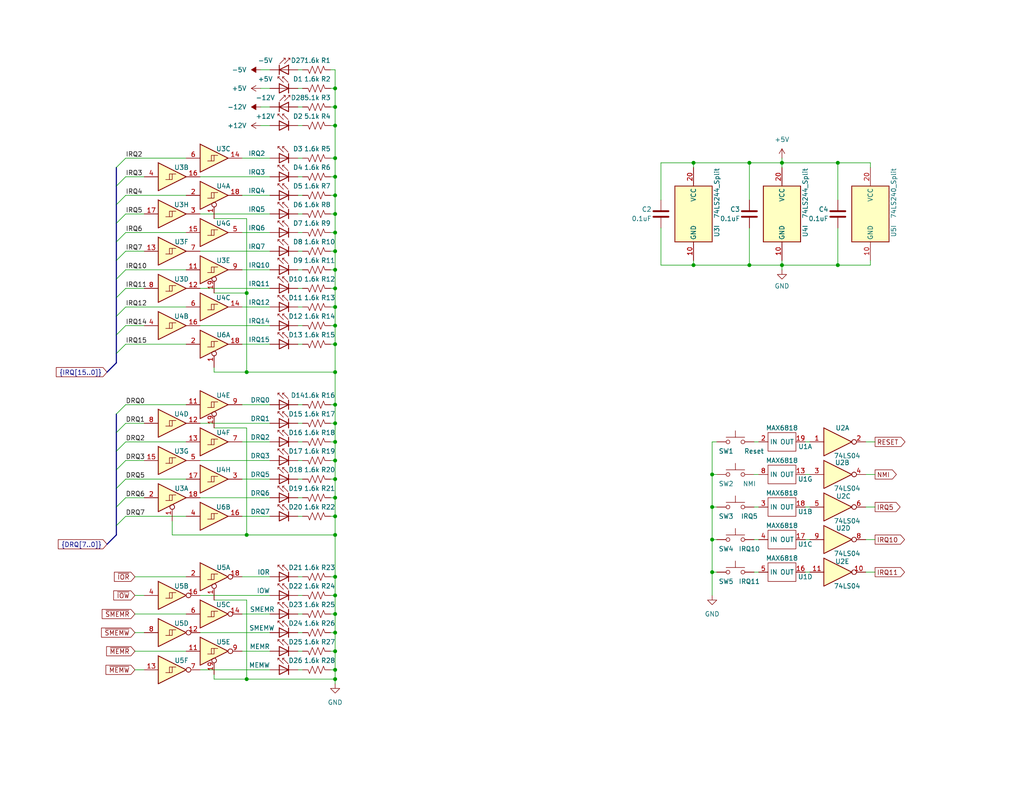
<source format=kicad_sch>
(kicad_sch (version 20211123) (generator eeschema)
  (paper "USLetter")
  (title_block (title "UI") (date "2022-04-17") (rev "001"))
  (junction (at 91.44 78.74))
  (junction (at 91.44 110.49))
  (junction (at 91.44 83.82))
  (junction (at 91.44 48.26))
  (junction (at 91.44 34.29))
  (junction (at 91.44 93.98))
  (junction (at 91.44 24.13))
  (junction (at 91.44 130.81))
  (junction (at 91.44 88.9))
  (junction (at 91.44 135.89))
  (junction (at 91.44 63.5))
  (junction (at 91.44 185.42))
  (junction (at 91.44 157.48))
  (junction (at 194.31 138.43))
  (junction (at 91.44 53.34))
  (junction (at 91.44 177.8))
  (junction (at 91.44 115.57))
  (junction (at 213.36 72.39))
  (junction (at 91.44 140.97))
  (junction (at 189.23 44.45))
  (junction (at 67.31 146.05))
  (junction (at 228.6 44.45))
  (junction (at 91.44 29.21))
  (junction (at 228.6 72.39))
  (junction (at 204.47 72.39))
  (junction (at 189.23 72.39))
  (junction (at 91.44 120.65))
  (junction (at 213.36 44.45))
  (junction (at 194.31 147.32))
  (junction (at 91.44 73.66))
  (junction (at 194.31 156.21))
  (junction (at 91.44 146.05))
  (junction (at 67.31 101.6))
  (junction (at 91.44 172.72))
  (junction (at 91.44 162.56))
  (junction (at 194.31 129.54))
  (junction (at 91.44 182.88))
  (junction (at 67.31 185.42))
  (junction (at 91.44 58.42))
  (junction (at 67.31 80.01))
  (junction (at 204.47 44.45))
  (junction (at 91.44 101.6))
  (junction (at 91.44 43.18))
  (junction (at 91.44 167.64))
  (junction (at 91.44 125.73))
  (junction (at 91.44 68.58))
  (bus_entry (at 31.75 118.11) (size 2.54 -2.54))
  (bus_entry (at 31.75 86.36) (size 2.54 -2.54))
  (bus_entry (at 31.75 60.96) (size 2.54 -2.54))
  (bus_entry (at 31.75 66.04) (size 2.54 -2.54))
  (bus_entry (at 31.75 50.8) (size 2.54 -2.54))
  (bus_entry (at 31.75 45.72) (size 2.54 -2.54))
  (bus_entry (at 31.75 128.27) (size 2.54 -2.54))
  (bus_entry (at 31.75 123.19) (size 2.54 -2.54))
  (bus_entry (at 31.75 133.35) (size 2.54 -2.54))
  (bus_entry (at 31.75 91.44) (size 2.54 -2.54))
  (bus_entry (at 31.75 96.52) (size 2.54 -2.54))
  (bus_entry (at 31.75 71.12) (size 2.54 -2.54))
  (bus_entry (at 31.75 55.88) (size 2.54 -2.54))
  (bus_entry (at 31.75 143.51) (size 2.54 -2.54))
  (bus_entry (at 31.75 76.2) (size 2.54 -2.54))
  (bus_entry (at 31.75 113.03) (size 2.54 -2.54))
  (bus_entry (at 31.75 138.43) (size 2.54 -2.54))
  (bus_entry (at 31.75 81.28) (size 2.54 -2.54))
  (wire (pts (xy 36.83 157.48) (xy 50.8 157.48)))
  (wire (pts (xy 90.17 63.5) (xy 91.44 63.5)))
  (wire (pts (xy 81.28 34.29) (xy 82.55 34.29)))
  (wire (pts (xy 66.04 130.81) (xy 73.66 130.81)))
  (wire (pts (xy 213.36 45.72) (xy 213.36 44.45)))
  (wire (pts (xy 91.44 93.98) (xy 91.44 101.6)))
  (wire (pts (xy 91.44 185.42) (xy 91.44 186.69)))
  (bus (pts (xy 31.75 96.52) (xy 31.75 99.06)))
  (wire (pts (xy 54.61 182.88) (xy 73.66 182.88)))
  (wire (pts (xy 34.29 93.98) (xy 50.8 93.98)))
  (wire (pts (xy 82.55 172.72) (xy 81.28 172.72)))
  (wire (pts (xy 73.66 63.5) (xy 66.04 63.5)))
  (wire (pts (xy 90.17 172.72) (xy 91.44 172.72)))
  (wire (pts (xy 39.37 172.72) (xy 36.83 172.72)))
  (bus (pts (xy 31.75 66.04) (xy 31.75 71.12)))
  (wire (pts (xy 66.04 110.49) (xy 73.66 110.49)))
  (wire (pts (xy 90.17 167.64) (xy 91.44 167.64)))
  (wire (pts (xy 213.36 44.45) (xy 228.6 44.45)))
  (bus (pts (xy 31.75 86.36) (xy 31.75 91.44)))
  (wire (pts (xy 189.23 72.39) (xy 180.34 72.39)))
  (wire (pts (xy 219.71 129.54) (xy 220.98 129.54)))
  (wire (pts (xy 219.71 156.21) (xy 220.98 156.21)))
  (wire (pts (xy 58.42 101.6) (xy 67.31 101.6)))
  (wire (pts (xy 81.28 24.13) (xy 82.55 24.13)))
  (wire (pts (xy 205.74 138.43) (xy 207.01 138.43)))
  (wire (pts (xy 34.29 68.58) (xy 39.37 68.58)))
  (wire (pts (xy 91.44 182.88) (xy 91.44 185.42)))
  (wire (pts (xy 180.34 44.45) (xy 180.34 54.61)))
  (bus (pts (xy 31.75 113.03) (xy 31.75 118.11)))
  (wire (pts (xy 228.6 62.23) (xy 228.6 72.39)))
  (wire (pts (xy 73.66 43.18) (xy 66.04 43.18)))
  (wire (pts (xy 204.47 62.23) (xy 204.47 72.39)))
  (wire (pts (xy 67.31 101.6) (xy 91.44 101.6)))
  (wire (pts (xy 58.42 184.15) (xy 58.42 185.42)))
  (wire (pts (xy 90.17 43.18) (xy 91.44 43.18)))
  (wire (pts (xy 237.49 45.72) (xy 237.49 44.45)))
  (wire (pts (xy 205.74 147.32) (xy 207.01 147.32)))
  (wire (pts (xy 34.29 78.74) (xy 39.37 78.74)))
  (wire (pts (xy 71.12 34.29) (xy 73.66 34.29)))
  (wire (pts (xy 213.36 73.66) (xy 213.36 72.39)))
  (bus (pts (xy 31.75 71.12) (xy 31.75 76.2)))
  (wire (pts (xy 81.28 167.64) (xy 82.55 167.64)))
  (wire (pts (xy 189.23 45.72) (xy 189.23 44.45)))
  (wire (pts (xy 34.29 83.82) (xy 50.8 83.82)))
  (wire (pts (xy 91.44 53.34) (xy 91.44 58.42)))
  (wire (pts (xy 73.66 120.65) (xy 66.04 120.65)))
  (wire (pts (xy 81.28 130.81) (xy 82.55 130.81)))
  (wire (pts (xy 213.36 72.39) (xy 204.47 72.39)))
  (wire (pts (xy 90.17 78.74) (xy 91.44 78.74)))
  (wire (pts (xy 81.28 19.05) (xy 82.55 19.05)))
  (wire (pts (xy 90.17 68.58) (xy 91.44 68.58)))
  (wire (pts (xy 34.29 58.42) (xy 39.37 58.42)))
  (wire (pts (xy 90.17 53.34) (xy 91.44 53.34)))
  (wire (pts (xy 81.28 110.49) (xy 82.55 110.49)))
  (wire (pts (xy 189.23 44.45) (xy 180.34 44.45)))
  (wire (pts (xy 236.22 147.32) (xy 238.76 147.32)))
  (wire (pts (xy 204.47 72.39) (xy 189.23 72.39)))
  (wire (pts (xy 82.55 115.57) (xy 81.28 115.57)))
  (wire (pts (xy 91.44 110.49) (xy 91.44 115.57)))
  (wire (pts (xy 73.66 19.05) (xy 71.12 19.05)))
  (wire (pts (xy 73.66 48.26) (xy 54.61 48.26)))
  (bus (pts (xy 31.75 76.2) (xy 31.75 81.28)))
  (wire (pts (xy 73.66 177.8) (xy 66.04 177.8)))
  (wire (pts (xy 82.55 63.5) (xy 81.28 63.5)))
  (wire (pts (xy 236.22 120.65) (xy 238.76 120.65)))
  (wire (pts (xy 81.28 120.65) (xy 82.55 120.65)))
  (wire (pts (xy 81.28 177.8) (xy 82.55 177.8)))
  (wire (pts (xy 90.17 83.82) (xy 91.44 83.82)))
  (wire (pts (xy 66.04 140.97) (xy 73.66 140.97)))
  (wire (pts (xy 91.44 68.58) (xy 91.44 73.66)))
  (wire (pts (xy 91.44 83.82) (xy 91.44 88.9)))
  (wire (pts (xy 189.23 44.45) (xy 204.47 44.45)))
  (wire (pts (xy 90.17 120.65) (xy 91.44 120.65)))
  (wire (pts (xy 204.47 44.45) (xy 204.47 54.61)))
  (wire (pts (xy 213.36 72.39) (xy 228.6 72.39)))
  (wire (pts (xy 90.17 135.89) (xy 91.44 135.89)))
  (wire (pts (xy 91.44 63.5) (xy 91.44 68.58)))
  (bus (pts (xy 31.75 81.28) (xy 31.75 86.36)))
  (wire (pts (xy 67.31 163.83) (xy 67.31 185.42)))
  (wire (pts (xy 34.29 88.9) (xy 39.37 88.9)))
  (wire (pts (xy 180.34 62.23) (xy 180.34 72.39)))
  (wire (pts (xy 81.28 157.48) (xy 82.55 157.48)))
  (wire (pts (xy 82.55 125.73) (xy 81.28 125.73)))
  (wire (pts (xy 91.44 43.18) (xy 91.44 34.29)))
  (wire (pts (xy 34.29 125.73) (xy 39.37 125.73)))
  (wire (pts (xy 219.71 138.43) (xy 220.98 138.43)))
  (wire (pts (xy 194.31 147.32) (xy 194.31 156.21)))
  (wire (pts (xy 58.42 185.42) (xy 67.31 185.42)))
  (wire (pts (xy 90.17 162.56) (xy 91.44 162.56)))
  (wire (pts (xy 228.6 44.45) (xy 228.6 54.61)))
  (wire (pts (xy 73.66 29.21) (xy 71.12 29.21)))
  (wire (pts (xy 90.17 130.81) (xy 91.44 130.81)))
  (wire (pts (xy 82.55 43.18) (xy 81.28 43.18)))
  (wire (pts (xy 34.29 63.5) (xy 50.8 63.5)))
  (wire (pts (xy 90.17 58.42) (xy 91.44 58.42)))
  (wire (pts (xy 73.66 73.66) (xy 66.04 73.66)))
  (wire (pts (xy 67.31 185.42) (xy 91.44 185.42)))
  (wire (pts (xy 54.61 162.56) (xy 73.66 162.56)))
  (wire (pts (xy 219.71 147.32) (xy 220.98 147.32)))
  (wire (pts (xy 90.17 140.97) (xy 91.44 140.97)))
  (wire (pts (xy 81.28 58.42) (xy 82.55 58.42)))
  (wire (pts (xy 34.29 115.57) (xy 39.37 115.57)))
  (wire (pts (xy 73.66 68.58) (xy 54.61 68.58)))
  (wire (pts (xy 238.76 138.43) (xy 236.22 138.43)))
  (wire (pts (xy 90.17 73.66) (xy 91.44 73.66)))
  (wire (pts (xy 34.29 110.49) (xy 50.8 110.49)))
  (wire (pts (xy 194.31 156.21) (xy 195.58 156.21)))
  (wire (pts (xy 81.28 88.9) (xy 82.55 88.9)))
  (wire (pts (xy 91.44 125.73) (xy 91.44 130.81)))
  (wire (pts (xy 195.58 120.65) (xy 194.31 120.65)))
  (wire (pts (xy 81.28 78.74) (xy 82.55 78.74)))
  (wire (pts (xy 73.66 24.13) (xy 71.12 24.13)))
  (bus (pts (xy 31.75 138.43) (xy 31.75 143.51)))
  (wire (pts (xy 34.29 140.97) (xy 50.8 140.97)))
  (wire (pts (xy 90.17 19.05) (xy 91.44 19.05)))
  (wire (pts (xy 90.17 110.49) (xy 91.44 110.49)))
  (wire (pts (xy 236.22 156.21) (xy 238.76 156.21)))
  (wire (pts (xy 73.66 115.57) (xy 54.61 115.57)))
  (wire (pts (xy 66.04 93.98) (xy 73.66 93.98)))
  (wire (pts (xy 36.83 167.64) (xy 50.8 167.64)))
  (wire (pts (xy 91.44 48.26) (xy 91.44 53.34)))
  (bus (pts (xy 31.75 45.72) (xy 31.75 50.8)))
  (wire (pts (xy 90.17 182.88) (xy 91.44 182.88)))
  (wire (pts (xy 82.55 53.34) (xy 81.28 53.34)))
  (wire (pts (xy 66.04 83.82) (xy 73.66 83.82)))
  (wire (pts (xy 34.29 73.66) (xy 50.8 73.66)))
  (wire (pts (xy 237.49 71.12) (xy 237.49 72.39)))
  (wire (pts (xy 82.55 29.21) (xy 81.28 29.21)))
  (wire (pts (xy 82.55 135.89) (xy 81.28 135.89)))
  (wire (pts (xy 81.28 48.26) (xy 82.55 48.26)))
  (wire (pts (xy 58.42 116.84) (xy 67.31 116.84)))
  (wire (pts (xy 194.31 138.43) (xy 194.31 147.32)))
  (wire (pts (xy 90.17 34.29) (xy 91.44 34.29)))
  (wire (pts (xy 90.17 93.98) (xy 91.44 93.98)))
  (wire (pts (xy 67.31 116.84) (xy 67.31 146.05)))
  (wire (pts (xy 90.17 115.57) (xy 91.44 115.57)))
  (wire (pts (xy 189.23 71.12) (xy 189.23 72.39)))
  (wire (pts (xy 91.44 120.65) (xy 91.44 125.73)))
  (wire (pts (xy 54.61 172.72) (xy 73.66 172.72)))
  (wire (pts (xy 73.66 53.34) (xy 66.04 53.34)))
  (wire (pts (xy 34.29 48.26) (xy 39.37 48.26)))
  (wire (pts (xy 91.44 135.89) (xy 91.44 140.97)))
  (wire (pts (xy 91.44 157.48) (xy 91.44 162.56)))
  (wire (pts (xy 91.44 73.66) (xy 91.44 78.74)))
  (wire (pts (xy 90.17 88.9) (xy 91.44 88.9)))
  (wire (pts (xy 91.44 29.21) (xy 91.44 34.29)))
  (wire (pts (xy 81.28 140.97) (xy 82.55 140.97)))
  (wire (pts (xy 67.31 59.69) (xy 67.31 80.01)))
  (wire (pts (xy 67.31 146.05) (xy 91.44 146.05)))
  (wire (pts (xy 90.17 29.21) (xy 91.44 29.21)))
  (bus (pts (xy 31.75 91.44) (xy 31.75 96.52)))
  (wire (pts (xy 90.17 24.13) (xy 91.44 24.13)))
  (wire (pts (xy 219.71 120.65) (xy 220.98 120.65)))
  (wire (pts (xy 34.29 130.81) (xy 50.8 130.81)))
  (bus (pts (xy 31.75 128.27) (xy 31.75 133.35)))
  (wire (pts (xy 82.55 162.56) (xy 81.28 162.56)))
  (bus (pts (xy 31.75 133.35) (xy 31.75 138.43)))
  (wire (pts (xy 91.44 162.56) (xy 91.44 167.64)))
  (wire (pts (xy 91.44 167.64) (xy 91.44 172.72)))
  (wire (pts (xy 213.36 44.45) (xy 204.47 44.45)))
  (wire (pts (xy 91.44 24.13) (xy 91.44 29.21)))
  (wire (pts (xy 58.42 59.69) (xy 67.31 59.69)))
  (bus (pts (xy 29.21 101.6) (xy 31.75 99.06)))
  (wire (pts (xy 194.31 120.65) (xy 194.31 129.54)))
  (wire (pts (xy 91.44 115.57) (xy 91.44 120.65)))
  (bus (pts (xy 31.75 55.88) (xy 31.75 60.96)))
  (wire (pts (xy 34.29 53.34) (xy 50.8 53.34)))
  (wire (pts (xy 34.29 135.89) (xy 39.37 135.89)))
  (wire (pts (xy 46.99 146.05) (xy 67.31 146.05)))
  (wire (pts (xy 81.28 68.58) (xy 82.55 68.58)))
  (wire (pts (xy 91.44 101.6) (xy 91.44 110.49)))
  (wire (pts (xy 213.36 44.45) (xy 213.36 43.18)))
  (wire (pts (xy 54.61 125.73) (xy 73.66 125.73)))
  (wire (pts (xy 205.74 129.54) (xy 207.01 129.54)))
  (wire (pts (xy 82.55 93.98) (xy 81.28 93.98)))
  (wire (pts (xy 82.55 83.82) (xy 81.28 83.82)))
  (bus (pts (xy 31.75 50.8) (xy 31.75 55.88)))
  (bus (pts (xy 31.75 143.51) (xy 31.75 146.05)))
  (wire (pts (xy 91.44 140.97) (xy 91.44 146.05)))
  (wire (pts (xy 39.37 162.56) (xy 36.83 162.56)))
  (wire (pts (xy 73.66 88.9) (xy 54.61 88.9)))
  (wire (pts (xy 36.83 177.8) (xy 50.8 177.8)))
  (wire (pts (xy 91.44 58.42) (xy 91.44 63.5)))
  (wire (pts (xy 34.29 43.18) (xy 50.8 43.18)))
  (wire (pts (xy 90.17 48.26) (xy 91.44 48.26)))
  (bus (pts (xy 31.75 118.11) (xy 31.75 123.19)))
  (wire (pts (xy 58.42 100.33) (xy 58.42 101.6)))
  (wire (pts (xy 91.44 19.05) (xy 91.44 24.13)))
  (wire (pts (xy 90.17 177.8) (xy 91.44 177.8)))
  (wire (pts (xy 73.66 78.74) (xy 54.61 78.74)))
  (wire (pts (xy 194.31 138.43) (xy 195.58 138.43)))
  (wire (pts (xy 91.44 177.8) (xy 91.44 182.88)))
  (wire (pts (xy 91.44 172.72) (xy 91.44 177.8)))
  (wire (pts (xy 194.31 129.54) (xy 194.31 138.43)))
  (wire (pts (xy 213.36 71.12) (xy 213.36 72.39)))
  (wire (pts (xy 205.74 120.65) (xy 207.01 120.65)))
  (wire (pts (xy 91.44 146.05) (xy 91.44 157.48)))
  (wire (pts (xy 90.17 157.48) (xy 91.44 157.48)))
  (wire (pts (xy 91.44 130.81) (xy 91.44 135.89)))
  (wire (pts (xy 237.49 44.45) (xy 228.6 44.45)))
  (wire (pts (xy 91.44 43.18) (xy 91.44 48.26)))
  (wire (pts (xy 73.66 157.48) (xy 66.04 157.48)))
  (wire (pts (xy 67.31 80.01) (xy 67.31 101.6)))
  (wire (pts (xy 205.74 156.21) (xy 207.01 156.21)))
  (bus (pts (xy 31.75 123.19) (xy 31.75 128.27)))
  (wire (pts (xy 237.49 72.39) (xy 228.6 72.39)))
  (wire (pts (xy 91.44 78.74) (xy 91.44 83.82)))
  (wire (pts (xy 66.04 167.64) (xy 73.66 167.64)))
  (wire (pts (xy 238.76 129.54) (xy 236.22 129.54)))
  (wire (pts (xy 82.55 182.88) (xy 81.28 182.88)))
  (wire (pts (xy 58.42 80.01) (xy 67.31 80.01)))
  (bus (pts (xy 31.75 60.96) (xy 31.75 66.04)))
  (wire (pts (xy 73.66 58.42) (xy 54.61 58.42)))
  (wire (pts (xy 90.17 125.73) (xy 91.44 125.73)))
  (wire (pts (xy 58.42 163.83) (xy 67.31 163.83)))
  (wire (pts (xy 195.58 129.54) (xy 194.31 129.54)))
  (wire (pts (xy 91.44 88.9) (xy 91.44 93.98)))
  (wire (pts (xy 82.55 73.66) (xy 81.28 73.66)))
  (wire (pts (xy 73.66 135.89) (xy 54.61 135.89)))
  (bus (pts (xy 29.21 148.59) (xy 31.75 146.05)))
  (wire (pts (xy 39.37 182.88) (xy 36.83 182.88)))
  (wire (pts (xy 34.29 120.65) (xy 50.8 120.65)))
  (wire (pts (xy 194.31 147.32) (xy 195.58 147.32)))
  (wire (pts (xy 46.99 142.24) (xy 46.99 146.05)))
  (wire (pts (xy 194.31 156.21) (xy 194.31 162.56)))
  (label "DRQ3" (at 34.29 125.73 0))
  (label "IRQ2" (at 34.29 43.18 0))
  (label "IRQ6" (at 34.29 63.5 0))
  (label "DRQ7" (at 34.29 140.97 0))
  (label "DRQ5" (at 34.29 130.81 0))
  (label "DRQ0" (at 34.29 110.49 0))
  (label "IRQ15" (at 34.29 93.98 0))
  (label "IRQ10" (at 34.29 73.66 0))
  (label "IRQ12" (at 34.29 83.82 0))
  (label "IRQ4" (at 34.29 53.34 0))
  (label "IRQ5" (at 34.29 58.42 0))
  (label "IRQ14" (at 34.29 88.9 0))
  (label "DRQ1" (at 34.29 115.57 0))
  (label "IRQ7" (at 34.29 68.58 0))
  (label "IRQ11" (at 34.29 78.74 0))
  (label "DRQ2" (at 34.29 120.65 0))
  (label "DRQ6" (at 34.29 135.89 0))
  (label "IRQ3" (at 34.29 48.26 0))
  (global_label "IRQ10" (shape output) (at 238.76 147.32 0) (property "Intersheet References" "${INTERSHEET_REFS}" (at 246.7974 147.2406 0) (effects (justify left))))
  (global_label "~{MEMR}" (shape input) (at 36.83 177.8 180) (property "Intersheet References" "${INTERSHEET_REFS}" (at 29.095 177.7206 0) (effects (justify right))))
  (global_label "~{MEMW}" (shape input) (at 36.83 182.88 180) (property "Intersheet References" "${INTERSHEET_REFS}" (at 28.9136 182.8006 0) (effects (justify right))))
  (global_label "~{IOR}" (shape input) (at 36.83 157.48 180) (property "Intersheet References" "${INTERSHEET_REFS}" (at 31.2117 157.4006 0) (effects (justify right))))
  (global_label "IRQ11" (shape output) (at 238.76 156.21 0) (property "Intersheet References" "${INTERSHEET_REFS}" (at 246.7974 156.1306 0) (effects (justify left))))
  (global_label "~{SMEMR}" (shape input) (at 36.83 167.64 180) (property "Intersheet References" "${INTERSHEET_REFS}" (at 27.8855 167.5606 0) (effects (justify right))))
  (global_label "~{SMEMW}" (shape input) (at 36.83 172.72 180) (property "Intersheet References" "${INTERSHEET_REFS}" (at 27.704 172.6406 0) (effects (justify right))))
  (global_label "{DRQ[7..0]}" (shape input) (at 29.21 148.59 180) (property "Intersheet References" "${INTERSHEET_REFS}" (at 15.9112 148.5106 0) (effects (justify right))))
  (global_label "{IRQ[15..0]}" (shape input) (at 29.21 101.6 180) (property "Intersheet References" "${INTERSHEET_REFS}" (at 15.3669 101.5206 0) (effects (justify right))))
  (global_label "RESET" (shape output) (at 238.76 120.65 0) (property "Intersheet References" "${INTERSHEET_REFS}" (at 246.9183 120.5706 0) (effects (justify left))))
  (global_label "NMI" (shape output) (at 238.76 129.54 0) (property "Intersheet References" "${INTERSHEET_REFS}" (at 244.5598 129.4606 0) (effects (justify left))))
  (global_label "~{IOW}" (shape input) (at 36.83 162.56 180) (property "Intersheet References" "${INTERSHEET_REFS}" (at 31.0302 162.4806 0) (effects (justify right))))
  (global_label "IRQ5" (shape output) (at 238.76 138.43 0) (property "Intersheet References" "${INTERSHEET_REFS}" (at 245.5879 138.3506 0) (effects (justify left))))
  (symbol (lib_id "Device:R_US") (at 86.36 53.34 270) (mirror x) (unit 1)
    (property "Reference" "R7" (at 88.9 50.8 90))
    (property "Value" "1.6k" (at 85.09 50.8 90))
    (property "Footprint" "Resistor_SMD:R_0603_1608Metric" (effects hide))
  )
  (symbol (lib_id "Device:R_US") (at 86.36 177.8 270) (mirror x) (unit 1)
    (property "Reference" "R27" (at 89.535 175.26 90))
    (property "Value" "1.6k" (at 85.09 175.26 90))
    (property "Footprint" "Resistor_SMD:R_0603_1608Metric" (effects hide))
  )
  (symbol (lib_id "ISADemoCard:MAX6818") (at 213.36 147.32 0) (unit 3)
    (property "Reference" "U1" (at 219.71 148.59 0))
    (property "Value" "MAX6818" (at 213.36 143.51 0))
    (property "Footprint" "Package_SO:SSOP-20_5.3x7.2mm_P0.65mm" (effects hide))
  )
  (symbol (lib_id "Device:R_US") (at 86.36 73.66 270) (mirror x) (unit 1)
    (property "Reference" "R11" (at 89.535 71.12 90))
    (property "Value" "1.6k" (at 85.09 71.12 90))
    (property "Footprint" "Resistor_SMD:R_0603_1608Metric" (effects hide))
  )
  (symbol (lib_id "Switch:SW_Push") (at 200.66 129.54 0) (unit 1)
    (property "Reference" "SW2" (at 198.12 132.08 0))
    (property "Value" "NMI" (at 204.47 132.08 0))
    (property "Footprint" "Button_Switch_THT:SW_PUSH_6mm" (effects hide))
  )
  (symbol (lib_id "ISADemoCard:MAX6818") (at 213.36 156.21 0) (unit 4)
    (property "Reference" "U1" (at 219.71 157.48 0))
    (property "Value" "MAX6818" (at 213.36 152.4 0))
    (property "Footprint" "Package_SO:SSOP-20_5.3x7.2mm_P0.65mm" (effects hide))
  )
  (symbol (lib_id "LED:IR204A") (at 76.2 125.73 0) (mirror y) (unit 1)
    (property "Reference" "D17" (at 80.645 123.19 0))
    (property "Value" "DRQ3" (at 73.66 124.46 0) (effects (justify left)))
    (property "Footprint" "LED_THT:LED_D3.0mm" (effects hide))
    (property "Datasheet" "http://www.everlight.com/file/ProductFile/IR204-A.pdf" (effects hide))
  )
  (symbol (lib_id "74xx:74LS244_Split") (at 58.42 53.34 0) (unit 1)
    (property "Reference" "U4" (at 60.96 50.8 0))
    (property "Value" "74LS244_Split" (effects hide))
    (property "Footprint" "Package_SO:SOIC-20W_7.5x12.8mm_P1.27mm" (effects hide))
    (property "Datasheet" "http://www.ti.com/lit/ds/symlink/sn74ls241.pdf" (effects hide))
  )
  (symbol (lib_id "Device:R_US") (at 86.36 93.98 270) (mirror x) (unit 1)
    (property "Reference" "R15" (at 89.535 91.44 90))
    (property "Value" "1.6k" (at 85.09 91.44 90))
    (property "Footprint" "Resistor_SMD:R_0603_1608Metric" (effects hide))
  )
  (symbol (lib_id "Device:R_US") (at 86.36 135.89 270) (mirror x) (unit 1)
    (property "Reference" "R21" (at 89.535 133.35 90))
    (property "Value" "1.6k" (at 85.09 133.35 90))
    (property "Footprint" "Resistor_SMD:R_0603_1608Metric" (effects hide))
  )
  (symbol (lib_id "74xx:74LS244_Split") (at 58.42 140.97 0) (unit 2)
    (property "Reference" "U6" (at 60.96 138.43 0))
    (property "Value" "74LS244_Split" (effects hide))
    (property "Footprint" "Package_SO:SOIC-20W_7.5x12.8mm_P1.27mm" (effects hide))
    (property "Datasheet" "http://www.ti.com/lit/ds/symlink/sn74ls241.pdf" (effects hide))
  )
  (symbol (lib_id "74xx:74LS244_Split") (at 58.42 93.98 0) (unit 1)
    (property "Reference" "U6" (at 60.96 91.44 0))
    (property "Value" "74LS244_Split" (effects hide))
    (property "Footprint" "Package_SO:SOIC-20W_7.5x12.8mm_P1.27mm" (effects hide))
    (property "Datasheet" "http://www.ti.com/lit/ds/symlink/sn74ls241.pdf" (effects hide))
  )
  (symbol (lib_id "power:+5V") (at 213.36 43.18 0) (unit 1)
    (property "Reference" "#PWR016" (effects hide))
    (property "Value" "+5V" (at 213.36 38.1 0))
  )
  (symbol (lib_id "74xx:74LS244_Split") (at 58.42 43.18 0) (unit 3)
    (property "Reference" "U3" (at 60.96 40.64 0))
    (property "Value" "74LS244_Split" (effects hide))
    (property "Footprint" "Package_SO:SOIC-20W_7.5x12.8mm_P1.27mm" (effects hide))
    (property "Datasheet" "http://www.ti.com/lit/ds/symlink/sn74ls241.pdf" (effects hide))
  )
  (symbol (lib_id "ISADemoCard:MAX6818") (at 213.36 129.54 0) (unit 7)
    (property "Reference" "U1" (at 219.71 130.81 0))
    (property "Value" "MAX6818" (at 213.36 125.73 0))
    (property "Footprint" "Package_SO:SSOP-20_5.3x7.2mm_P0.65mm" (effects hide))
  )
  (symbol (lib_id "Device:C") (at 180.34 58.42 0) (unit 1)
    (property "Reference" "C2" (at 177.8 57.15 0) (effects (justify right)))
    (property "Value" "0.1uF" (at 177.8 59.69 0) (effects (justify right)))
    (property "Footprint" "Capacitor_SMD:C_0603_1608Metric" (effects hide))
  )
  (symbol (lib_id "74xx:74LS04") (at 228.6 138.43 0) (unit 3)
    (property "Reference" "U2" (at 230.1479 135.4971 0))
    (property "Value" "74LS04" (at 231.14 142.24 0))
    (property "Footprint" "Package_SO:SOIC-14_3.9x8.7mm_P1.27mm" (effects hide))
    (property "Datasheet" "http://www.ti.com/lit/gpn/sn74LS04" (effects hide))
  )
  (symbol (lib_id "LED:IR204A") (at 76.2 115.57 0) (mirror y) (unit 1)
    (property "Reference" "D15" (at 80.645 113.03 0))
    (property "Value" "DRQ1" (at 73.66 114.3 0) (effects (justify left)))
    (property "Footprint" "LED_THT:LED_D3.0mm" (effects hide))
    (property "Datasheet" "http://www.everlight.com/file/ProductFile/IR204-A.pdf" (effects hide))
  )
  (symbol (lib_id "74xx:74LS240_Split") (at 237.49 58.42 0) (unit 9)
    (property "Reference" "U5" (at 243.84 64.77 90) (effects (justify left)))
    (property "Value" "74LS240_Split" (at 243.84 59.6899 90) (effects (justify left)))
    (property "Footprint" "Package_SO:SOIC-20W_7.5x12.8mm_P1.27mm" (effects hide))
    (property "Datasheet" "http://www.ti.com/lit/ds/symlink/sn74ls240.pdf" (effects hide))
  )
  (symbol (lib_id "74xx:74LS04") (at 228.6 120.65 0) (unit 1)
    (property "Reference" "U2" (at 229.87 116.84 0))
    (property "Value" "74LS04" (at 231.14 124.46 0))
    (property "Footprint" "Package_SO:SOIC-14_3.9x8.7mm_P1.27mm" (effects hide))
    (property "Datasheet" "http://www.ti.com/lit/gpn/sn74LS04" (effects hide))
  )
  (symbol (lib_id "LED:IR204A") (at 76.2 182.88 0) (mirror y) (unit 1)
    (property "Reference" "D26" (at 80.645 180.34 0))
    (property "Value" "MEMW" (at 73.66 181.61 0) (effects (justify left)))
    (property "Footprint" "LED_THT:LED_D3.0mm" (effects hide))
    (property "Datasheet" "http://www.everlight.com/file/ProductFile/IR204-A.pdf" (effects hide))
  )
  (symbol (lib_id "Device:R_US") (at 86.36 34.29 270) (mirror x) (unit 1)
    (property "Reference" "R4" (at 88.9 31.75 90))
    (property "Value" "5.1k" (at 85.09 31.75 90))
    (property "Footprint" "Resistor_SMD:R_0603_1608Metric" (effects hide))
  )
  (symbol (lib_id "74xx:74LS04") (at 228.6 156.21 0) (unit 5)
    (property "Reference" "U2" (at 229.8236 153.2853 0))
    (property "Value" "74LS04" (at 231.14 160.02 0))
    (property "Footprint" "Package_SO:SOIC-14_3.9x8.7mm_P1.27mm" (effects hide))
    (property "Datasheet" "http://www.ti.com/lit/gpn/sn74LS04" (effects hide))
  )
  (symbol (lib_id "Device:R_US") (at 86.36 48.26 270) (mirror x) (unit 1)
    (property "Reference" "R6" (at 88.9 45.72 90))
    (property "Value" "1.6k" (at 85.09 45.72 90))
    (property "Footprint" "Resistor_SMD:R_0603_1608Metric" (effects hide))
  )
  (symbol (lib_id "LED:IR204A") (at 76.2 78.74 0) (mirror y) (unit 1)
    (property "Reference" "D10" (at 80.645 76.2 0))
    (property "Value" "IRQ11" (at 73.66 77.47 0) (effects (justify left)))
    (property "Footprint" "LED_THT:LED_D3.0mm" (effects hide))
    (property "Datasheet" "http://www.everlight.com/file/ProductFile/IR204-A.pdf" (effects hide))
  )
  (symbol (lib_id "LED:IR204A") (at 76.2 130.81 0) (mirror y) (unit 1)
    (property "Reference" "D18" (at 80.645 128.27 0))
    (property "Value" "DRQ5" (at 73.66 129.54 0) (effects (justify left)))
    (property "Footprint" "LED_THT:LED_D3.0mm" (effects hide))
    (property "Datasheet" "http://www.everlight.com/file/ProductFile/IR204-A.pdf" (effects hide))
  )
  (symbol (lib_id "74xx:74LS244_Split") (at 46.99 88.9 0) (unit 2)
    (property "Reference" "U4" (at 49.53 86.36 0))
    (property "Value" "74LS244_Split" (effects hide))
    (property "Footprint" "Package_SO:SOIC-20W_7.5x12.8mm_P1.27mm" (effects hide))
    (property "Datasheet" "http://www.ti.com/lit/ds/symlink/sn74ls241.pdf" (effects hide))
  )
  (symbol (lib_id "LED:IR204A") (at 76.2 63.5 0) (mirror y) (unit 1)
    (property "Reference" "D7" (at 81.28 60.96 0))
    (property "Value" "IRQ6" (at 72.39 62.23 0) (effects (justify left)))
    (property "Footprint" "LED_THT:LED_D3.0mm" (effects hide))
    (property "Datasheet" "http://www.everlight.com/file/ProductFile/IR204-A.pdf" (effects hide))
  )
  (symbol (lib_id "LED:IR204A") (at 76.2 24.13 0) (mirror y) (unit 1)
    (property "Reference" "D1" (at 81.28 21.59 0))
    (property "Value" "+5V" (at 72.39 21.59 0))
    (property "Footprint" "LED_THT:LED_D3.0mm" (effects hide))
    (property "Datasheet" "http://www.everlight.com/file/ProductFile/IR204-A.pdf" (effects hide))
  )
  (symbol (lib_id "74xx:74LS244_Split") (at 58.42 63.5 0) (unit 7)
    (property "Reference" "U4" (at 60.96 60.96 0))
    (property "Value" "74LS244_Split" (effects hide))
    (property "Footprint" "Package_SO:SOIC-20W_7.5x12.8mm_P1.27mm" (effects hide))
    (property "Datasheet" "http://www.ti.com/lit/ds/symlink/sn74ls241.pdf" (effects hide))
  )
  (symbol (lib_id "74xx:74LS240_Split") (at 58.42 167.64 0) (unit 3)
    (property "Reference" "U5" (at 60.96 165.1 0))
    (property "Value" "74LS240_Split" (effects hide))
    (property "Footprint" "Package_SO:SOIC-20W_7.5x12.8mm_P1.27mm" (effects hide))
    (property "Datasheet" "http://www.ti.com/lit/ds/symlink/sn74ls240.pdf" (effects hide))
  )
  (symbol (lib_id "74xx:74LS244_Split") (at 58.42 120.65 0) (unit 6)
    (property "Reference" "U4" (at 60.96 118.11 0))
    (property "Value" "74LS244_Split" (effects hide))
    (property "Footprint" "Package_SO:SOIC-20W_7.5x12.8mm_P1.27mm" (effects hide))
    (property "Datasheet" "http://www.ti.com/lit/ds/symlink/sn74ls241.pdf" (effects hide))
  )
  (symbol (lib_id "Switch:SW_Push") (at 200.66 156.21 0) (unit 1)
    (property "Reference" "SW5" (at 198.12 158.75 0))
    (property "Value" "IRQ11" (at 204.47 158.75 0))
    (property "Footprint" "Button_Switch_THT:SW_PUSH_6mm" (effects hide))
  )
  (symbol (lib_id "Device:R_US") (at 86.36 78.74 270) (mirror x) (unit 1)
    (property "Reference" "R12" (at 89.535 76.2 90))
    (property "Value" "1.6k" (at 85.09 76.2 90))
    (property "Footprint" "Resistor_SMD:R_0603_1608Metric" (effects hide))
  )
  (symbol (lib_id "LED:IR204A") (at 76.2 140.97 0) (mirror y) (unit 1)
    (property "Reference" "D20" (at 80.645 138.43 0))
    (property "Value" "DRQ7" (at 73.66 139.7 0) (effects (justify left)))
    (property "Footprint" "LED_THT:LED_D3.0mm" (effects hide))
    (property "Datasheet" "http://www.everlight.com/file/ProductFile/IR204-A.pdf" (effects hide))
  )
  (symbol (lib_id "Switch:SW_Push") (at 200.66 138.43 0) (unit 1)
    (property "Reference" "SW3" (at 198.12 140.97 0))
    (property "Value" "IRQ5" (at 204.47 140.97 0))
    (property "Footprint" "Button_Switch_THT:SW_PUSH_6mm" (effects hide))
  )
  (symbol (lib_id "ISADemoCard:MAX6818") (at 213.36 120.65 0) (unit 1)
    (property "Reference" "U1" (at 219.71 121.92 0))
    (property "Value" "MAX6818" (at 213.36 116.84 0))
    (property "Footprint" "Package_SO:SSOP-20_5.3x7.2mm_P0.65mm" (effects hide))
  )
  (symbol (lib_id "Device:R_US") (at 86.36 19.05 270) (mirror x) (unit 1)
    (property "Reference" "R1" (at 88.9 16.51 90))
    (property "Value" "1.6k" (at 85.09 16.51 90))
    (property "Footprint" "Resistor_SMD:R_0603_1608Metric" (effects hide))
  )
  (symbol (lib_id "74xx:74LS240_Split") (at 46.99 162.56 0) (unit 2)
    (property "Reference" "U5" (at 49.53 160.02 0))
    (property "Value" "74LS240_Split" (effects hide))
    (property "Footprint" "Package_SO:SOIC-20W_7.5x12.8mm_P1.27mm" (effects hide))
    (property "Datasheet" "http://www.ti.com/lit/ds/symlink/sn74ls240.pdf" (effects hide))
  )
  (symbol (lib_id "74xx:74LS244_Split") (at 189.23 58.42 0) (unit 9)
    (property "Reference" "U3" (at 195.58 64.77 90) (effects (justify left)))
    (property "Value" "74LS244_Split" (at 195.58 59.6899 90) (effects (justify left)))
    (property "Footprint" "Package_SO:SOIC-20W_7.5x12.8mm_P1.27mm" (effects hide))
    (property "Datasheet" "http://www.ti.com/lit/ds/symlink/sn74ls241.pdf" (effects hide))
  )
  (symbol (lib_id "LED:IR204A") (at 76.2 93.98 0) (mirror y) (unit 1)
    (property "Reference" "D13" (at 80.645 91.44 0))
    (property "Value" "IRQ15" (at 73.66 92.71 0) (effects (justify left)))
    (property "Footprint" "LED_THT:LED_D3.0mm" (effects hide))
    (property "Datasheet" "http://www.everlight.com/file/ProductFile/IR204-A.pdf" (effects hide))
  )
  (symbol (lib_id "74xx:74LS244_Split") (at 46.99 78.74 0) (unit 4)
    (property "Reference" "U3" (at 49.53 76.2 0))
    (property "Value" "74LS244_Split" (effects hide))
    (property "Footprint" "Package_SO:SOIC-20W_7.5x12.8mm_P1.27mm" (effects hide))
    (property "Datasheet" "http://www.ti.com/lit/ds/symlink/sn74ls241.pdf" (effects hide))
  )
  (symbol (lib_id "74xx:74LS244_Split") (at 46.99 68.58 0) (unit 6)
    (property "Reference" "U3" (at 49.53 66.04 0))
    (property "Value" "74LS244_Split" (effects hide))
    (property "Footprint" "Package_SO:SOIC-20W_7.5x12.8mm_P1.27mm" (effects hide))
    (property "Datasheet" "http://www.ti.com/lit/ds/symlink/sn74ls241.pdf" (effects hide))
  )
  (symbol (lib_id "Device:R_US") (at 86.36 24.13 270) (mirror x) (unit 1)
    (property "Reference" "R2" (at 88.9 21.59 90))
    (property "Value" "1.6k" (at 85.09 21.59 90))
    (property "Footprint" "Resistor_SMD:R_0603_1608Metric" (effects hide))
  )
  (symbol (lib_id "Device:R_US") (at 86.36 58.42 270) (mirror x) (unit 1)
    (property "Reference" "R8" (at 88.9 55.88 90))
    (property "Value" "1.6k" (at 85.09 55.88 90))
    (property "Footprint" "Resistor_SMD:R_0603_1608Metric" (effects hide))
  )
  (symbol (lib_id "74xx:74LS244_Split") (at 58.42 83.82 0) (unit 3)
    (property "Reference" "U4" (at 60.96 81.28 0))
    (property "Value" "74LS244_Split" (effects hide))
    (property "Footprint" "Package_SO:SOIC-20W_7.5x12.8mm_P1.27mm" (effects hide))
    (property "Datasheet" "http://www.ti.com/lit/ds/symlink/sn74ls241.pdf" (effects hide))
  )
  (symbol (lib_id "Device:R_US") (at 86.36 68.58 270) (mirror x) (unit 1)
    (property "Reference" "R10" (at 89.535 66.04 90))
    (property "Value" "1.6k" (at 85.09 66.04 90))
    (property "Footprint" "Resistor_SMD:R_0603_1608Metric" (effects hide))
  )
  (symbol (lib_id "power:GND") (at 213.36 73.66 0) (unit 1)
    (property "Reference" "#PWR017" (effects hide))
    (property "Value" "GND" (at 213.36 78.105 0))
  )
  (symbol (lib_id "LED:IR204A") (at 76.2 177.8 0) (mirror y) (unit 1)
    (property "Reference" "D25" (at 80.645 175.26 0))
    (property "Value" "MEMR" (at 73.66 176.53 0) (effects (justify left)))
    (property "Footprint" "LED_THT:LED_D3.0mm" (effects hide))
    (property "Datasheet" "http://www.everlight.com/file/ProductFile/IR204-A.pdf" (effects hide))
  )
  (symbol (lib_id "Device:R_US") (at 86.36 115.57 270) (mirror x) (unit 1)
    (property "Reference" "R17" (at 89.535 113.03 90))
    (property "Value" "1.6k" (at 85.09 113.03 90))
    (property "Footprint" "Resistor_SMD:R_0603_1608Metric" (effects hide))
  )
  (symbol (lib_id "LED:IR204A") (at 76.2 48.26 0) (mirror y) (unit 1)
    (property "Reference" "D4" (at 81.28 45.72 0))
    (property "Value" "IRQ3" (at 72.39 46.99 0) (effects (justify left)))
    (property "Footprint" "LED_THT:LED_D3.0mm" (effects hide))
    (property "Datasheet" "http://www.everlight.com/file/ProductFile/IR204-A.pdf" (effects hide))
  )
  (symbol (lib_id "Device:R_US") (at 86.36 157.48 270) (mirror x) (unit 1)
    (property "Reference" "R23" (at 89.535 154.94 90))
    (property "Value" "1.6k" (at 85.09 154.94 90))
    (property "Footprint" "Resistor_SMD:R_0603_1608Metric" (effects hide))
  )
  (symbol (lib_id "power:GND") (at 91.44 186.69 0) (unit 1)
    (property "Reference" "#PWR014" (effects hide))
    (property "Value" "GND" (at 91.44 191.77 0))
  )
  (symbol (lib_id "Device:R_US") (at 86.36 43.18 270) (mirror x) (unit 1)
    (property "Reference" "R5" (at 88.9 40.64 90))
    (property "Value" "1.6k" (at 85.09 40.64 90))
    (property "Footprint" "Resistor_SMD:R_0603_1608Metric" (effects hide))
  )
  (symbol (lib_id "LED:IR204A") (at 78.74 29.21 0) (unit 1)
    (property "Reference" "D28" (at 81.28 26.67 0))
    (property "Value" "-12V" (at 72.39 26.67 0))
    (property "Footprint" "LED_THT:LED_D3.0mm" (effects hide))
    (property "Datasheet" "http://www.everlight.com/file/ProductFile/IR204-A.pdf" (effects hide))
  )
  (symbol (lib_id "power:-5V") (at 71.12 19.05 90) (mirror x) (unit 1)
    (property "Reference" "#PWR010" (effects hide))
    (property "Value" "-5V" (at 67.31 19.0499 90) (effects (justify left)))
  )
  (symbol (lib_id "74xx:74LS244_Split") (at 58.42 73.66 0) (unit 5)
    (property "Reference" "U3" (at 60.96 71.12 0))
    (property "Value" "74LS244_Split" (effects hide))
    (property "Footprint" "Package_SO:SOIC-20W_7.5x12.8mm_P1.27mm" (effects hide))
    (property "Datasheet" "http://www.ti.com/lit/ds/symlink/sn74ls241.pdf" (effects hide))
  )
  (symbol (lib_id "LED:IR204A") (at 76.2 167.64 0) (mirror y) (unit 1)
    (property "Reference" "D23" (at 80.645 165.1 0))
    (property "Value" "SMEMR" (at 74.93 166.37 0) (effects (justify left)))
    (property "Footprint" "LED_THT:LED_D3.0mm" (effects hide))
    (property "Datasheet" "http://www.everlight.com/file/ProductFile/IR204-A.pdf" (effects hide))
  )
  (symbol (lib_id "LED:IR204A") (at 76.2 43.18 0) (mirror y) (unit 1)
    (property "Reference" "D3" (at 81.28 40.64 0))
    (property "Value" "IRQ2" (at 72.39 41.91 0) (effects (justify left)))
    (property "Footprint" "LED_THT:LED_D3.0mm" (effects hide))
    (property "Datasheet" "http://www.everlight.com/file/ProductFile/IR204-A.pdf" (effects hide))
  )
  (symbol (lib_id "LED:IR204A") (at 78.74 19.05 0) (unit 1)
    (property "Reference" "D27" (at 81.28 16.51 0))
    (property "Value" "-5V" (at 72.39 16.51 0))
    (property "Footprint" "LED_THT:LED_D3.0mm" (effects hide))
    (property "Datasheet" "http://www.everlight.com/file/ProductFile/IR204-A.pdf" (effects hide))
  )
  (symbol (lib_id "74xx:74LS244_Split") (at 46.99 135.89 0) (unit 1)
    (property "Reference" "U3" (at 49.53 133.35 0))
    (property "Value" "74LS244_Split" (effects hide))
    (property "Footprint" "Package_SO:SOIC-20W_7.5x12.8mm_P1.27mm" (effects hide))
    (property "Datasheet" "http://www.ti.com/lit/ds/symlink/sn74ls241.pdf" (effects hide))
  )
  (symbol (lib_id "power:-12V") (at 71.12 29.21 90) (mirror x) (unit 1)
    (property "Reference" "#PWR012" (effects hide))
    (property "Value" "-12V" (at 67.31 29.2099 90) (effects (justify left)))
  )
  (symbol (lib_id "Device:R_US") (at 86.36 63.5 270) (mirror x) (unit 1)
    (property "Reference" "R9" (at 88.9 60.96 90))
    (property "Value" "1.6k" (at 85.09 60.96 90))
    (property "Footprint" "Resistor_SMD:R_0603_1608Metric" (effects hide))
  )
  (symbol (lib_id "Device:R_US") (at 86.36 120.65 270) (mirror x) (unit 1)
    (property "Reference" "R18" (at 89.535 118.11 90))
    (property "Value" "1.6k" (at 85.09 118.11 90))
    (property "Footprint" "Resistor_SMD:R_0603_1608Metric" (effects hide))
  )
  (symbol (lib_id "74xx:74LS04") (at 228.6 147.32 0) (unit 4)
    (property "Reference" "U2" (at 230.1016 144.2059 0))
    (property "Value" "74LS04" (at 231.14 151.13 0))
    (property "Footprint" "Package_SO:SOIC-14_3.9x8.7mm_P1.27mm" (effects hide))
    (property "Datasheet" "http://www.ti.com/lit/gpn/sn74LS04" (effects hide))
  )
  (symbol (lib_id "74xx:74LS244_Split") (at 46.99 48.26 0) (unit 2)
    (property "Reference" "U3" (at 49.53 45.72 0))
    (property "Value" "74LS244_Split" (effects hide))
    (property "Footprint" "Package_SO:SOIC-20W_7.5x12.8mm_P1.27mm" (effects hide))
    (property "Datasheet" "http://www.ti.com/lit/ds/symlink/sn74ls241.pdf" (effects hide))
  )
  (symbol (lib_id "Device:R_US") (at 86.36 125.73 270) (mirror x) (unit 1)
    (property "Reference" "R19" (at 89.535 123.19 90))
    (property "Value" "1.6k" (at 85.09 123.19 90))
    (property "Footprint" "Resistor_SMD:R_0603_1608Metric" (effects hide))
  )
  (symbol (lib_id "power:GND") (at 194.31 162.56 0) (unit 1)
    (property "Reference" "#PWR015" (effects hide))
    (property "Value" "GND" (at 194.31 167.64 0))
  )
  (symbol (lib_id "Device:C") (at 228.6 58.42 0) (unit 1)
    (property "Reference" "C4" (at 226.06 57.15 0) (effects (justify right)))
    (property "Value" "0.1uF" (at 226.06 59.69 0) (effects (justify right)))
    (property "Footprint" "Capacitor_SMD:C_0603_1608Metric" (effects hide))
  )
  (symbol (lib_id "power:+12V") (at 71.12 34.29 90) (mirror x) (unit 1)
    (property "Reference" "#PWR013" (effects hide))
    (property "Value" "+12V" (at 67.31 34.2899 90) (effects (justify left)))
  )
  (symbol (lib_id "Switch:SW_Push") (at 200.66 147.32 0) (unit 1)
    (property "Reference" "SW4" (at 198.12 149.86 0))
    (property "Value" "IRQ10" (at 204.47 149.86 0))
    (property "Footprint" "Button_Switch_THT:SW_PUSH_6mm" (effects hide))
  )
  (symbol (lib_id "Device:R_US") (at 86.36 162.56 270) (mirror x) (unit 1)
    (property "Reference" "R24" (at 89.535 160.02 90))
    (property "Value" "1.6k" (at 85.09 160.02 90))
    (property "Footprint" "Resistor_SMD:R_0603_1608Metric" (effects hide))
  )
  (symbol (lib_id "74xx:74LS244_Split") (at 58.42 130.81 0) (unit 8)
    (property "Reference" "U4" (at 60.96 128.27 0))
    (property "Value" "74LS244_Split" (effects hide))
    (property "Footprint" "Package_SO:SOIC-20W_7.5x12.8mm_P1.27mm" (effects hide))
    (property "Datasheet" "http://www.ti.com/lit/ds/symlink/sn74ls241.pdf" (effects hide))
  )
  (symbol (lib_id "74xx:74LS244_Split") (at 46.99 115.57 0) (unit 4)
    (property "Reference" "U4" (at 49.53 113.03 0))
    (property "Value" "74LS244_Split" (effects hide))
    (property "Footprint" "Package_SO:SOIC-20W_7.5x12.8mm_P1.27mm" (effects hide))
    (property "Datasheet" "http://www.ti.com/lit/ds/symlink/sn74ls241.pdf" (effects hide))
  )
  (symbol (lib_id "74xx:74LS04") (at 228.6 129.54 0) (unit 2)
    (property "Reference" "U2" (at 229.8236 126.298 0))
    (property "Value" "74LS04" (at 231.14 133.35 0))
    (property "Footprint" "Package_SO:SOIC-14_3.9x8.7mm_P1.27mm" (effects hide))
    (property "Datasheet" "http://www.ti.com/lit/gpn/sn74LS04" (effects hide))
  )
  (symbol (lib_id "LED:IR204A") (at 76.2 120.65 0) (mirror y) (unit 1)
    (property "Reference" "D16" (at 80.645 118.11 0))
    (property "Value" "DRQ2" (at 73.66 119.38 0) (effects (justify left)))
    (property "Footprint" "LED_THT:LED_D3.0mm" (effects hide))
    (property "Datasheet" "http://www.everlight.com/file/ProductFile/IR204-A.pdf" (effects hide))
  )
  (symbol (lib_id "Device:R_US") (at 86.36 110.49 270) (mirror x) (unit 1)
    (property "Reference" "R16" (at 89.535 107.95 90))
    (property "Value" "1.6k" (at 85.09 107.95 90))
    (property "Footprint" "Resistor_SMD:R_0603_1608Metric" (effects hide))
  )
  (symbol (lib_id "74xx:74LS240_Split") (at 58.42 157.48 0) (unit 1)
    (property "Reference" "U5" (at 60.96 154.94 0))
    (property "Value" "74LS240_Split" (effects hide))
    (property "Footprint" "Package_SO:SOIC-20W_7.5x12.8mm_P1.27mm" (effects hide))
    (property "Datasheet" "http://www.ti.com/lit/ds/symlink/sn74ls240.pdf" (effects hide))
  )
  (symbol (lib_id "Device:R_US") (at 86.36 167.64 270) (mirror x) (unit 1)
    (property "Reference" "R25" (at 89.535 165.1 90))
    (property "Value" "1.6k" (at 85.09 165.1 90))
    (property "Footprint" "Resistor_SMD:R_0603_1608Metric" (effects hide))
  )
  (symbol (lib_id "74xx:74LS244_Split") (at 46.99 58.42 0) (unit 8)
    (property "Reference" "U3" (at 49.53 55.88 0))
    (property "Value" "74LS244_Split" (effects hide))
    (property "Footprint" "Package_SO:SOIC-20W_7.5x12.8mm_P1.27mm" (effects hide))
    (property "Datasheet" "http://www.ti.com/lit/ds/symlink/sn74ls241.pdf" (effects hide))
  )
  (symbol (lib_id "Device:C") (at 204.47 58.42 0) (unit 1)
    (property "Reference" "C3" (at 201.93 57.15 0) (effects (justify right)))
    (property "Value" "0.1uF" (at 201.93 59.69 0) (effects (justify right)))
    (property "Footprint" "Capacitor_SMD:C_0603_1608Metric" (effects hide))
  )
  (symbol (lib_id "LED:IR204A") (at 76.2 162.56 0) (mirror y) (unit 1)
    (property "Reference" "D22" (at 80.645 160.02 0))
    (property "Value" "IOW" (at 73.66 161.29 0) (effects (justify left)))
    (property "Footprint" "LED_THT:LED_D3.0mm" (effects hide))
    (property "Datasheet" "http://www.everlight.com/file/ProductFile/IR204-A.pdf" (effects hide))
  )
  (symbol (lib_id "LED:IR204A") (at 76.2 68.58 0) (mirror y) (unit 1)
    (property "Reference" "D8" (at 81.28 66.04 0))
    (property "Value" "IRQ7" (at 72.39 67.31 0) (effects (justify left)))
    (property "Footprint" "LED_THT:LED_D3.0mm" (effects hide))
    (property "Datasheet" "http://www.everlight.com/file/ProductFile/IR204-A.pdf" (effects hide))
  )
  (symbol (lib_id "Device:R_US") (at 86.36 88.9 270) (mirror x) (unit 1)
    (property "Reference" "R14" (at 89.535 86.36 90))
    (property "Value" "1.6k" (at 85.09 86.36 90))
    (property "Footprint" "Resistor_SMD:R_0603_1608Metric" (effects hide))
  )
  (symbol (lib_id "LED:IR204A") (at 76.2 157.48 0) (mirror y) (unit 1)
    (property "Reference" "D21" (at 80.645 154.94 0))
    (property "Value" "IOR" (at 73.66 156.21 0) (effects (justify left)))
    (property "Footprint" "LED_THT:LED_D3.0mm" (effects hide))
    (property "Datasheet" "http://www.everlight.com/file/ProductFile/IR204-A.pdf" (effects hide))
  )
  (symbol (lib_id "LED:IR204A") (at 76.2 88.9 0) (mirror y) (unit 1)
    (property "Reference" "D12" (at 80.645 86.36 0))
    (property "Value" "IRQ14" (at 73.66 87.63 0) (effects (justify left)))
    (property "Footprint" "LED_THT:LED_D3.0mm" (effects hide))
    (property "Datasheet" "http://www.everlight.com/file/ProductFile/IR204-A.pdf" (effects hide))
  )
  (symbol (lib_id "74xx:74LS240_Split") (at 58.42 177.8 0) (unit 5)
    (property "Reference" "U5" (at 60.96 175.26 0))
    (property "Value" "74LS240_Split" (effects hide))
    (property "Footprint" "Package_SO:SOIC-20W_7.5x12.8mm_P1.27mm" (effects hide))
    (property "Datasheet" "http://www.ti.com/lit/ds/symlink/sn74ls240.pdf" (effects hide))
  )
  (symbol (lib_id "LED:IR204A") (at 76.2 58.42 0) (mirror y) (unit 1)
    (property "Reference" "D6" (at 81.28 55.88 0))
    (property "Value" "IRQ5" (at 72.39 57.15 0) (effects (justify left)))
    (property "Footprint" "LED_THT:LED_D3.0mm" (effects hide))
    (property "Datasheet" "http://www.everlight.com/file/ProductFile/IR204-A.pdf" (effects hide))
  )
  (symbol (lib_id "74xx:74LS244_Split") (at 46.99 125.73 0) (unit 7)
    (property "Reference" "U3" (at 49.53 123.19 0))
    (property "Value" "74LS244_Split" (effects hide))
    (property "Footprint" "Package_SO:SOIC-20W_7.5x12.8mm_P1.27mm" (effects hide))
    (property "Datasheet" "http://www.ti.com/lit/ds/symlink/sn74ls241.pdf" (effects hide))
  )
  (symbol (lib_id "Device:R_US") (at 86.36 140.97 270) (mirror x) (unit 1)
    (property "Reference" "R22" (at 89.535 138.43 90))
    (property "Value" "1.6k" (at 85.09 138.43 90))
    (property "Footprint" "Resistor_SMD:R_0603_1608Metric" (effects hide))
  )
  (symbol (lib_id "74xx:74LS244_Split") (at 213.36 58.42 0) (unit 9)
    (property "Reference" "U4" (at 219.71 64.77 90) (effects (justify left)))
    (property "Value" "74LS244_Split" (at 219.71 59.6899 90) (effects (justify left)))
    (property "Footprint" "Package_SO:SOIC-20W_7.5x12.8mm_P1.27mm" (effects hide))
    (property "Datasheet" "http://www.ti.com/lit/ds/symlink/sn74ls241.pdf" (effects hide))
  )
  (symbol (lib_id "LED:IR204A") (at 76.2 53.34 0) (mirror y) (unit 1)
    (property "Reference" "D5" (at 81.28 50.8 0))
    (property "Value" "IRQ4" (at 72.39 52.07 0) (effects (justify left)))
    (property "Footprint" "LED_THT:LED_D3.0mm" (effects hide))
    (property "Datasheet" "http://www.everlight.com/file/ProductFile/IR204-A.pdf" (effects hide))
  )
  (symbol (lib_id "power:+5V") (at 71.12 24.13 90) (mirror x) (unit 1)
    (property "Reference" "#PWR011" (effects hide))
    (property "Value" "+5V" (at 67.31 24.1299 90) (effects (justify left)))
  )
  (symbol (lib_id "Device:R_US") (at 86.36 172.72 270) (mirror x) (unit 1)
    (property "Reference" "R26" (at 89.535 170.18 90))
    (property "Value" "1.6k" (at 85.09 170.18 90))
    (property "Footprint" "Resistor_SMD:R_0603_1608Metric" (effects hide))
  )
  (symbol (lib_id "74xx:74LS244_Split") (at 58.42 110.49 0) (unit 5)
    (property "Reference" "U4" (at 60.96 107.95 0))
    (property "Value" "74LS244_Split" (effects hide))
    (property "Footprint" "Package_SO:SOIC-20W_7.5x12.8mm_P1.27mm" (effects hide))
    (property "Datasheet" "http://www.ti.com/lit/ds/symlink/sn74ls241.pdf" (effects hide))
  )
  (symbol (lib_id "LED:IR204A") (at 76.2 83.82 0) (mirror y) (unit 1)
    (property "Reference" "D11" (at 80.645 81.28 0))
    (property "Value" "IRQ12" (at 73.66 82.55 0) (effects (justify left)))
    (property "Footprint" "LED_THT:LED_D3.0mm" (effects hide))
    (property "Datasheet" "http://www.everlight.com/file/ProductFile/IR204-A.pdf" (effects hide))
  )
  (symbol (lib_id "LED:IR204A") (at 76.2 135.89 0) (mirror y) (unit 1)
    (property "Reference" "D19" (at 80.645 133.35 0))
    (property "Value" "DRQ6" (at 73.66 134.62 0) (effects (justify left)))
    (property "Footprint" "LED_THT:LED_D3.0mm" (effects hide))
    (property "Datasheet" "http://www.everlight.com/file/ProductFile/IR204-A.pdf" (effects hide))
  )
  (symbol (lib_id "LED:IR204A") (at 76.2 172.72 0) (mirror y) (unit 1)
    (property "Reference" "D24" (at 80.645 170.18 0))
    (property "Value" "SMEMW" (at 74.93 171.45 0) (effects (justify left)))
    (property "Footprint" "LED_THT:LED_D3.0mm" (effects hide))
    (property "Datasheet" "http://www.everlight.com/file/ProductFile/IR204-A.pdf" (effects hide))
  )
  (symbol (lib_id "LED:IR204A") (at 76.2 34.29 0) (mirror y) (unit 1)
    (property "Reference" "D2" (at 81.28 31.75 0))
    (property "Value" "+12V" (at 72.39 31.75 0))
    (property "Footprint" "LED_THT:LED_D3.0mm" (effects hide))
    (property "Datasheet" "http://www.everlight.com/file/ProductFile/IR204-A.pdf" (effects hide))
  )
  (symbol (lib_id "ISADemoCard:MAX6818") (at 213.36 138.43 0) (unit 2)
    (property "Reference" "U1" (at 219.71 139.7 0))
    (property "Value" "MAX6818" (at 213.36 134.62 0))
    (property "Footprint" "Package_SO:SSOP-20_5.3x7.2mm_P0.65mm" (effects hide))
  )
  (symbol (lib_id "LED:IR204A") (at 76.2 110.49 0) (mirror y) (unit 1)
    (property "Reference" "D14" (at 81.28 107.95 0))
    (property "Value" "DRQ0" (at 73.66 109.22 0) (effects (justify left)))
    (property "Footprint" "LED_THT:LED_D3.0mm" (effects hide))
    (property "Datasheet" "http://www.everlight.com/file/ProductFile/IR204-A.pdf" (effects hide))
  )
  (symbol (lib_id "Device:R_US") (at 86.36 83.82 270) (mirror x) (unit 1)
    (property "Reference" "R13" (at 89.535 81.28 90))
    (property "Value" "1.6k" (at 85.09 81.28 90))
    (property "Footprint" "Resistor_SMD:R_0603_1608Metric" (effects hide))
  )
  (symbol (lib_id "74xx:74LS240_Split") (at 46.99 182.88 0) (unit 6)
    (property "Reference" "U5" (at 49.53 180.34 0))
    (property "Value" "74LS240_Split" (effects hide))
    (property "Footprint" "Package_SO:SOIC-20W_7.5x12.8mm_P1.27mm" (effects hide))
    (property "Datasheet" "http://www.ti.com/lit/ds/symlink/sn74ls240.pdf" (effects hide))
  )
  (symbol (lib_id "Device:R_US") (at 86.36 29.21 270) (mirror x) (unit 1)
    (property "Reference" "R3" (at 88.9 26.67 90))
    (property "Value" "5.1k" (at 85.09 26.67 90))
    (property "Footprint" "Resistor_SMD:R_0603_1608Metric" (effects hide))
  )
  (symbol (lib_id "Switch:SW_Push") (at 200.66 120.65 0) (unit 1)
    (property "Reference" "SW1" (at 198.12 123.19 0))
    (property "Value" "Reset" (at 205.74 123.19 0))
    (property "Footprint" "Button_Switch_THT:SW_PUSH_6mm" (effects hide))
  )
  (symbol (lib_id "LED:IR204A") (at 76.2 73.66 0) (mirror y) (unit 1)
    (property "Reference" "D9" (at 81.28 71.12 0))
    (property "Value" "IRQ10" (at 73.66 72.39 0) (effects (justify left)))
    (property "Footprint" "LED_THT:LED_D3.0mm" (effects hide))
    (property "Datasheet" "http://www.everlight.com/file/ProductFile/IR204-A.pdf" (effects hide))
  )
  (symbol (lib_id "74xx:74LS240_Split") (at 46.99 172.72 0) (unit 4)
    (property "Reference" "U5" (at 49.53 170.18 0))
    (property "Value" "74LS240_Split" (effects hide))
    (property "Footprint" "Package_SO:SOIC-20W_7.5x12.8mm_P1.27mm" (effects hide))
    (property "Datasheet" "http://www.ti.com/lit/ds/symlink/sn74ls240.pdf" (effects hide))
  )
  (symbol (lib_id "Device:R_US") (at 86.36 182.88 270) (mirror x) (unit 1)
    (property "Reference" "R28" (at 89.535 180.34 90))
    (property "Value" "1.6k" (at 85.09 180.34 90))
    (property "Footprint" "Resistor_SMD:R_0603_1608Metric" (effects hide))
  )
  (symbol (lib_id "Device:R_US") (at 86.36 130.81 270) (mirror x) (unit 1)
    (property "Reference" "R20" (at 89.535 128.27 90))
    (property "Value" "1.6k" (at 85.09 128.27 90))
    (property "Footprint" "Resistor_SMD:R_0603_1608Metric" (effects hide))
  )
)
</source>
